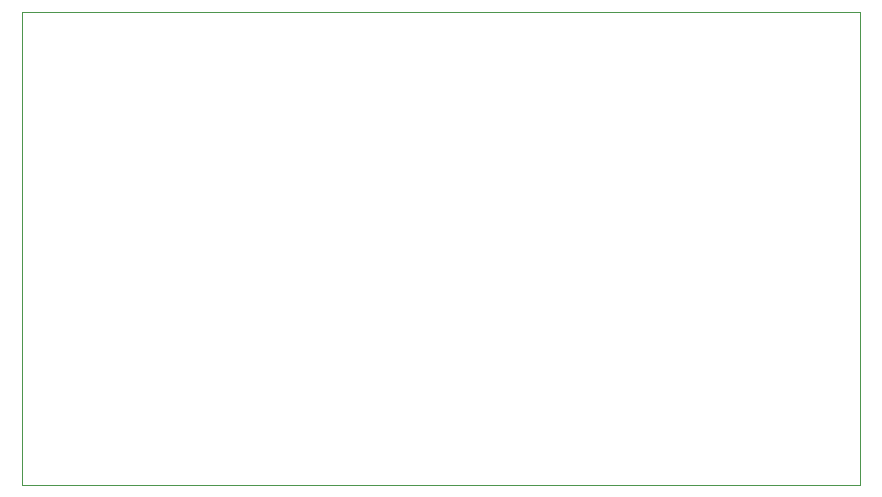
<source format=gm1>
G04 #@! TF.GenerationSoftware,KiCad,Pcbnew,6.0.9-8da3e8f707~116~ubuntu22.04.1*
G04 #@! TF.CreationDate,2022-11-12T09:52:39-05:00*
G04 #@! TF.ProjectId,voltproc_b2,766f6c74-7072-46f6-935f-62322e6b6963,rev?*
G04 #@! TF.SameCoordinates,Original*
G04 #@! TF.FileFunction,Profile,NP*
%FSLAX46Y46*%
G04 Gerber Fmt 4.6, Leading zero omitted, Abs format (unit mm)*
G04 Created by KiCad (PCBNEW 6.0.9-8da3e8f707~116~ubuntu22.04.1) date 2022-11-12 09:52:39*
%MOMM*%
%LPD*%
G01*
G04 APERTURE LIST*
G04 #@! TA.AperFunction,Profile*
%ADD10C,0.100000*%
G04 #@! TD*
G04 APERTURE END LIST*
D10*
X185500000Y-120000000D02*
X114500000Y-120000000D01*
X185500000Y-80000000D02*
X185500000Y-120000000D01*
X114500000Y-120000000D02*
X114500000Y-80000000D01*
X114500000Y-80000000D02*
X185500000Y-80000000D01*
X114500000Y-80000000D02*
X114500000Y-80000000D01*
M02*

</source>
